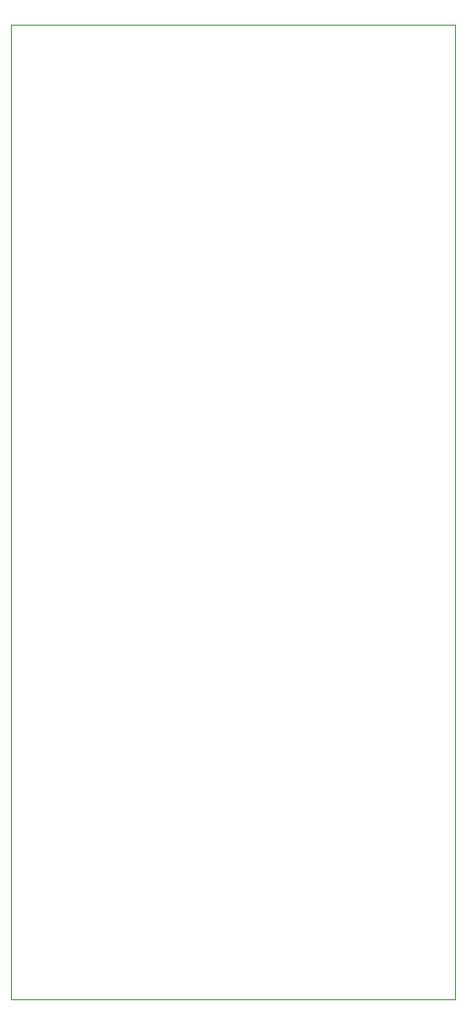
<source format=gm1>
G04 #@! TF.GenerationSoftware,KiCad,Pcbnew,5.1.7*
G04 #@! TF.CreationDate,2020-11-27T22:32:44-08:00*
G04 #@! TF.ProjectId,PC104-ROM,50433130-342d-4524-9f4d-2e6b69636164,rev?*
G04 #@! TF.SameCoordinates,Original*
G04 #@! TF.FileFunction,Profile,NP*
%FSLAX46Y46*%
G04 Gerber Fmt 4.6, Leading zero omitted, Abs format (unit mm)*
G04 Created by KiCad (PCBNEW 5.1.7) date 2020-11-27 22:32:44*
%MOMM*%
%LPD*%
G01*
G04 APERTURE LIST*
G04 #@! TA.AperFunction,Profile*
%ADD10C,0.050000*%
G04 #@! TD*
G04 APERTURE END LIST*
D10*
X126111000Y-146113500D02*
X167195500Y-146113500D01*
X167195500Y-55943500D02*
X126111000Y-55943500D01*
X167195500Y-55943500D02*
X167195500Y-146113500D01*
X126111000Y-146113500D02*
X126111000Y-55943500D01*
M02*

</source>
